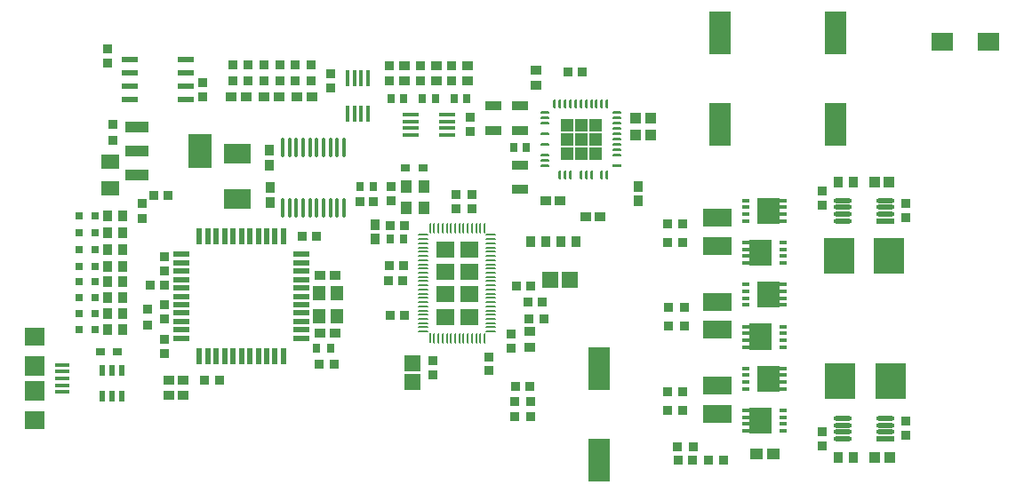
<source format=gbr>
%TF.GenerationSoftware,Altium Limited,Altium Designer,23.3.1 (30)*%
G04 Layer_Color=8421504*
%FSLAX45Y45*%
%MOMM*%
%TF.SameCoordinates,CD13F5F2-8DFB-4D4D-A102-87722C93DE69*%
%TF.FilePolarity,Positive*%
%TF.FileFunction,Paste,Top*%
%TF.Part,Single*%
G01*
G75*
%TA.AperFunction,SMDPad,CuDef*%
%ADD10R,0.90000X1.05000*%
%ADD11R,0.80000X0.80000*%
%ADD12R,0.91213X0.95814*%
%ADD13R,0.85000X0.95000*%
%ADD14R,2.00000X4.10000*%
G04:AMPARAMS|DCode=15|XSize=1.55414mm|YSize=0.37583mm|CornerRadius=0.18791mm|HoleSize=0mm|Usage=FLASHONLY|Rotation=90.000|XOffset=0mm|YOffset=0mm|HoleType=Round|Shape=RoundedRectangle|*
%AMROUNDEDRECTD15*
21,1,1.55414,0.00000,0,0,90.0*
21,1,1.17831,0.37583,0,0,90.0*
1,1,0.37583,0.00000,0.58916*
1,1,0.37583,0.00000,-0.58916*
1,1,0.37583,0.00000,-0.58916*
1,1,0.37583,0.00000,0.58916*
%
%ADD15ROUNDEDRECTD15*%
%ADD16R,0.37583X1.55414*%
G04:AMPARAMS|DCode=17|XSize=1.55414mm|YSize=0.37583mm|CornerRadius=0.18791mm|HoleSize=0mm|Usage=FLASHONLY|Rotation=0.000|XOffset=0mm|YOffset=0mm|HoleType=Round|Shape=RoundedRectangle|*
%AMROUNDEDRECTD17*
21,1,1.55414,0.00000,0,0,0.0*
21,1,1.17831,0.37583,0,0,0.0*
1,1,0.37583,0.58916,0.00000*
1,1,0.37583,-0.58916,0.00000*
1,1,0.37583,-0.58916,0.00000*
1,1,0.37583,0.58916,0.00000*
%
%ADD17ROUNDEDRECTD17*%
%ADD18R,1.55414X0.37583*%
%ADD19R,1.05000X0.90000*%
%ADD20R,0.95000X0.95000*%
%ADD21R,0.75000X0.90000*%
%ADD22R,1.55000X0.95000*%
%ADD23R,1.80000X1.40000*%
%ADD24R,2.10000X1.80000*%
%ADD25R,0.95650X0.96213*%
%ADD26O,0.35000X2.00000*%
%ADD28R,0.95000X0.85000*%
%ADD29R,0.95000X0.70000*%
%ADD30R,0.60960X1.11760*%
%ADD31R,1.35000X0.40000*%
%ADD32R,1.90000X1.90000*%
%ADD33R,1.90000X1.80000*%
%ADD34R,2.60000X1.90000*%
%ADD35R,1.55000X0.60000*%
%ADD36R,2.20000X1.00000*%
%ADD37R,2.20000X3.30000*%
%ADD38R,1.00606X0.95822*%
%ADD39R,0.75000X0.85000*%
%ADD40R,0.95814X0.91213*%
%ADD41R,1.00650X0.95822*%
%ADD42R,0.95822X1.00650*%
%ADD43R,1.20000X1.40000*%
%ADD44R,1.50000X0.55000*%
%ADD45R,0.55000X1.50000*%
G04:AMPARAMS|DCode=46|XSize=0.254mm|YSize=0.889mm|CornerRadius=0.09525mm|HoleSize=0mm|Usage=FLASHONLY|Rotation=90.000|XOffset=0mm|YOffset=0mm|HoleType=Round|Shape=RoundedRectangle|*
%AMROUNDEDRECTD46*
21,1,0.25400,0.69850,0,0,90.0*
21,1,0.06350,0.88900,0,0,90.0*
1,1,0.19050,0.34925,0.03175*
1,1,0.19050,0.34925,-0.03175*
1,1,0.19050,-0.34925,-0.03175*
1,1,0.19050,-0.34925,0.03175*
%
%ADD46ROUNDEDRECTD46*%
G04:AMPARAMS|DCode=47|XSize=0.254mm|YSize=0.889mm|CornerRadius=0.09525mm|HoleSize=0mm|Usage=FLASHONLY|Rotation=0.000|XOffset=0mm|YOffset=0mm|HoleType=Round|Shape=RoundedRectangle|*
%AMROUNDEDRECTD47*
21,1,0.25400,0.69850,0,0,0.0*
21,1,0.06350,0.88900,0,0,0.0*
1,1,0.19050,0.03175,-0.34925*
1,1,0.19050,-0.03175,-0.34925*
1,1,0.19050,-0.03175,0.34925*
1,1,0.19050,0.03175,0.34925*
%
%ADD47ROUNDEDRECTD47*%
G04:AMPARAMS|DCode=49|XSize=0.19247mm|YSize=0.96007mm|CornerRadius=0.09624mm|HoleSize=0mm|Usage=FLASHONLY|Rotation=90.000|XOffset=0mm|YOffset=0mm|HoleType=Round|Shape=RoundedRectangle|*
%AMROUNDEDRECTD49*
21,1,0.19247,0.76760,0,0,90.0*
21,1,0.00000,0.96007,0,0,90.0*
1,1,0.19247,0.38380,0.00000*
1,1,0.19247,0.38380,0.00000*
1,1,0.19247,-0.38380,0.00000*
1,1,0.19247,-0.38380,0.00000*
%
%ADD49ROUNDEDRECTD49*%
G04:AMPARAMS|DCode=50|XSize=0.19247mm|YSize=0.96107mm|CornerRadius=0.09624mm|HoleSize=0mm|Usage=FLASHONLY|Rotation=90.000|XOffset=0mm|YOffset=0mm|HoleType=Round|Shape=RoundedRectangle|*
%AMROUNDEDRECTD50*
21,1,0.19247,0.76860,0,0,90.0*
21,1,0.00000,0.96107,0,0,90.0*
1,1,0.19247,0.38430,0.00000*
1,1,0.19247,0.38430,0.00000*
1,1,0.19247,-0.38430,0.00000*
1,1,0.19247,-0.38430,0.00000*
%
%ADD50ROUNDEDRECTD50*%
G04:AMPARAMS|DCode=51|XSize=0.96107mm|YSize=0.19247mm|CornerRadius=0.09624mm|HoleSize=0mm|Usage=FLASHONLY|Rotation=90.000|XOffset=0mm|YOffset=0mm|HoleType=Round|Shape=RoundedRectangle|*
%AMROUNDEDRECTD51*
21,1,0.96107,0.00000,0,0,90.0*
21,1,0.76860,0.19247,0,0,90.0*
1,1,0.19247,0.00000,0.38430*
1,1,0.19247,0.00000,-0.38430*
1,1,0.19247,0.00000,-0.38430*
1,1,0.19247,0.00000,0.38430*
%
%ADD51ROUNDEDRECTD51*%
%ADD52C,0.17323*%
%ADD54R,0.95000X0.95000*%
%ADD55R,1.30606X1.05822*%
%ADD56R,0.91213X1.05776*%
%ADD57R,1.55000X1.50000*%
%ADD58R,1.50000X1.55000*%
%ADD59R,1.05000X1.10000*%
%ADD60R,1.05776X1.01213*%
%ADD61R,1.05776X0.91213*%
%ADD62R,1.10000X1.30000*%
%ADD63R,2.95490X3.50620*%
%ADD64R,0.66040X0.38100*%
%ADD65R,2.80415X1.65263*%
G04:AMPARAMS|DCode=66|XSize=1.75414mm|YSize=0.47583mm|CornerRadius=0.23791mm|HoleSize=0mm|Usage=FLASHONLY|Rotation=180.000|XOffset=0mm|YOffset=0mm|HoleType=Round|Shape=RoundedRectangle|*
%AMROUNDEDRECTD66*
21,1,1.75414,0.00000,0,0,180.0*
21,1,1.27831,0.47583,0,0,180.0*
1,1,0.47583,-0.63916,0.00000*
1,1,0.47583,0.63916,0.00000*
1,1,0.47583,0.63916,0.00000*
1,1,0.47583,-0.63916,0.00000*
%
%ADD66ROUNDEDRECTD66*%
%ADD67R,1.75414X0.47583*%
%TA.AperFunction,NonConductor*%
%ADD132R,1.76047X1.61707*%
%TA.AperFunction,SMDPad,CuDef*%
%ADD133R,0.02540X0.02540*%
G36*
X5552171Y3485855D02*
X5435857D01*
Y3602168D01*
X5552171D01*
Y3485855D01*
D02*
G37*
G36*
X5415857D02*
X5299544D01*
Y3602168D01*
X5415857D01*
Y3485855D01*
D02*
G37*
G36*
X5279544D02*
X5163230D01*
Y3602168D01*
X5279544D01*
Y3485855D01*
D02*
G37*
G36*
X5552171Y3349542D02*
X5435857D01*
Y3465855D01*
X5552171D01*
Y3349542D01*
D02*
G37*
G36*
X5415857D02*
X5299544D01*
Y3465855D01*
X5415857D01*
Y3349542D01*
D02*
G37*
G36*
X5279544D02*
X5163230D01*
Y3465855D01*
X5279544D01*
Y3349542D01*
D02*
G37*
G36*
X5552171Y3213228D02*
X5435857D01*
Y3329542D01*
X5552171D01*
Y3213228D01*
D02*
G37*
G36*
X5415857D02*
X5299544D01*
Y3329542D01*
X5415857D01*
Y3213228D01*
D02*
G37*
G36*
X5279544D02*
X5163230D01*
Y3329542D01*
X5279544D01*
Y3213228D01*
D02*
G37*
G36*
X5743780Y3144998D02*
X5664405D01*
X5662511Y3144998D01*
X5659010Y3146448D01*
X5656331Y3149127D01*
X5654880Y3152628D01*
Y3154523D01*
Y3154523D01*
Y3160873D01*
Y3162767D01*
X5656331Y3166268D01*
X5659010Y3168947D01*
X5662511Y3170398D01*
X5743780D01*
Y3144998D01*
D02*
G37*
G36*
X7247480Y2603239D02*
X7036660D01*
Y2852159D01*
X7247480D01*
Y2603239D01*
D02*
G37*
G36*
X7168740Y2203239D02*
X6957920D01*
Y2452159D01*
X7168740D01*
Y2203239D01*
D02*
G37*
G36*
X7247480Y1803239D02*
X7036660D01*
Y2052159D01*
X7247480D01*
Y1803239D01*
D02*
G37*
G36*
X3923151Y1561633D02*
X3925858Y1558926D01*
X3927323Y1555389D01*
Y1553474D01*
Y1467092D01*
X3908076D01*
Y1553474D01*
Y1555389D01*
X3909541Y1558926D01*
X3912248Y1561633D01*
X3915785Y1563098D01*
X3919614D01*
X3923151Y1561633D01*
D02*
G37*
G36*
X7168740Y1403240D02*
X6957920D01*
Y1652160D01*
X7168740D01*
Y1403240D01*
D02*
G37*
G36*
X7247480Y1003240D02*
X7036660D01*
Y1252160D01*
X7247480D01*
Y1003240D01*
D02*
G37*
G36*
X7168740Y603240D02*
X6957920D01*
Y852160D01*
X7168740D01*
Y603240D01*
D02*
G37*
D10*
X847500Y1600000D02*
D03*
X992500D02*
D03*
X847500Y1750000D02*
D03*
X992500D02*
D03*
X847500Y1900000D02*
D03*
X992500D02*
D03*
X847500Y2050000D02*
D03*
X992500D02*
D03*
X847501Y2519999D02*
D03*
X992499D02*
D03*
X4877500Y2430000D02*
D03*
X5022500D02*
D03*
X5167500D02*
D03*
X5312500D02*
D03*
X992499Y2680002D02*
D03*
X847501D02*
D03*
X992498Y2199999D02*
D03*
X847500D02*
D03*
X992502Y2359998D02*
D03*
X847498D02*
D03*
X7805202Y377698D02*
D03*
X7950201D02*
D03*
X7805200Y3002699D02*
D03*
X7950198D02*
D03*
D11*
X574999Y2680002D02*
D03*
X725001D02*
D03*
X725000Y1600000D02*
D03*
X575000D02*
D03*
X725000Y1750000D02*
D03*
X575000D02*
D03*
X725000Y2050000D02*
D03*
X575000D02*
D03*
X725000Y1900000D02*
D03*
X575000D02*
D03*
X724999Y2360001D02*
D03*
X575001D02*
D03*
X725001Y2520002D02*
D03*
X574999D02*
D03*
X575001Y2199999D02*
D03*
X724999D02*
D03*
D12*
X1175000Y2795395D02*
D03*
Y2650000D02*
D03*
X899998Y3402303D02*
D03*
Y3547698D02*
D03*
X1225002Y1787701D02*
D03*
Y1642301D02*
D03*
D13*
X1289999Y2875000D02*
D03*
X1425000D02*
D03*
X3247501Y2814999D02*
D03*
X3382502D02*
D03*
X2835000Y2485000D02*
D03*
X2699999D02*
D03*
X1392498Y2015001D02*
D03*
X1257502D02*
D03*
X6415200Y352701D02*
D03*
X6280199D02*
D03*
X4730200Y1057699D02*
D03*
X4865201D02*
D03*
X4850202Y1857699D02*
D03*
X4985198D02*
D03*
X5230199Y4047698D02*
D03*
X5365200D02*
D03*
X3540200Y2587698D02*
D03*
X3675201D02*
D03*
X3527502Y2204998D02*
D03*
X3662498D02*
D03*
X3537502Y1735002D02*
D03*
X3672498D02*
D03*
X4875199Y2007698D02*
D03*
X4740198D02*
D03*
X3660001Y2065000D02*
D03*
X3525000D02*
D03*
D14*
X5530000Y1225000D02*
D03*
Y355000D02*
D03*
X7780000Y4425000D02*
D03*
Y3555000D02*
D03*
X6680000Y4425000D02*
D03*
Y3555000D02*
D03*
D15*
X3197500Y3990042D02*
D03*
X3262498D02*
D03*
X3327502D02*
D03*
X3262498Y3649957D02*
D03*
X3197500D02*
D03*
X3327502D02*
D03*
X3132501Y3990042D02*
D03*
D16*
Y3649957D02*
D03*
D17*
X4077742Y3645201D02*
D03*
X3737661Y3450201D02*
D03*
Y3580198D02*
D03*
Y3515199D02*
D03*
X4077742Y3450201D02*
D03*
Y3515199D02*
D03*
Y3580198D02*
D03*
D18*
X3737661Y3645201D02*
D03*
D19*
X4277700Y3965202D02*
D03*
Y4110200D02*
D03*
X3977699Y3965197D02*
D03*
Y4110201D02*
D03*
X3677702Y3962696D02*
D03*
Y4107700D02*
D03*
X4927699Y3925202D02*
D03*
Y4070201D02*
D03*
X4870000Y1574998D02*
D03*
Y1430000D02*
D03*
D20*
X4127698Y3962699D02*
D03*
Y4112702D02*
D03*
X3827700Y3962699D02*
D03*
Y4112702D02*
D03*
X3527702Y3962699D02*
D03*
Y4112702D02*
D03*
X2337701Y4117699D02*
D03*
Y3967697D02*
D03*
X4727702Y762701D02*
D03*
Y912698D02*
D03*
X4877699Y912698D02*
D03*
Y762701D02*
D03*
X2187703Y4117698D02*
D03*
Y3967696D02*
D03*
X2787704Y4117698D02*
D03*
Y3967695D02*
D03*
X2487702Y4117698D02*
D03*
Y3967696D02*
D03*
X2637701Y4117695D02*
D03*
Y3967698D02*
D03*
X2037702Y4117695D02*
D03*
Y3967698D02*
D03*
D21*
X3547700Y3797700D02*
D03*
X3667700D02*
D03*
X3847701Y3797700D02*
D03*
X3967701D02*
D03*
X4267701D02*
D03*
X4147702D02*
D03*
X4717702Y3327698D02*
D03*
X4837702D02*
D03*
D22*
X4777701Y3725199D02*
D03*
Y3490198D02*
D03*
X4517701Y3725199D02*
D03*
Y3490198D02*
D03*
X4777702Y3165199D02*
D03*
Y2930198D02*
D03*
D23*
X875000Y2940000D02*
D03*
Y3200000D02*
D03*
D24*
X8799998Y4339999D02*
D03*
X9239998D02*
D03*
D25*
X6177614Y1002698D02*
D03*
X6327784D02*
D03*
X6177616Y827702D02*
D03*
X6327785D02*
D03*
X6342788Y1807699D02*
D03*
X6192613D02*
D03*
X6342784Y1632699D02*
D03*
X6192614D02*
D03*
X6327784Y2602698D02*
D03*
X6177615D02*
D03*
X6327700Y2427700D02*
D03*
X6177530D02*
D03*
D26*
X3099998Y2755000D02*
D03*
X2515001Y3334999D02*
D03*
X3099998D02*
D03*
X3035000D02*
D03*
X2970001D02*
D03*
X2904997D02*
D03*
X2839999D02*
D03*
X2775000D02*
D03*
X2709996D02*
D03*
X2644998D02*
D03*
X2579999D02*
D03*
X3035000Y2755000D02*
D03*
X2970001D02*
D03*
X2904997D02*
D03*
X2839999D02*
D03*
X2775000D02*
D03*
X2709996D02*
D03*
X2644998D02*
D03*
X2579999D02*
D03*
X2515001D02*
D03*
D28*
X7652700Y485199D02*
D03*
Y620199D02*
D03*
Y2920199D02*
D03*
Y2785199D02*
D03*
X1755002Y3817501D02*
D03*
Y3952502D02*
D03*
X850002Y4267498D02*
D03*
Y4132502D02*
D03*
X1385000Y1830001D02*
D03*
Y1695000D02*
D03*
X1385000Y2157498D02*
D03*
Y2292499D02*
D03*
X2969998Y4037500D02*
D03*
Y3902499D02*
D03*
X4297699Y3480200D02*
D03*
Y3615201D02*
D03*
X3547702Y2955198D02*
D03*
Y2820197D02*
D03*
X4317700Y2885201D02*
D03*
Y2750200D02*
D03*
X3950000Y1162498D02*
D03*
Y1297499D02*
D03*
X4480001Y1202498D02*
D03*
Y1337499D02*
D03*
X4687700Y1555201D02*
D03*
Y1420200D02*
D03*
X4167700Y2750199D02*
D03*
Y2885200D02*
D03*
X8452698Y720199D02*
D03*
Y585198D02*
D03*
X8452697Y2795201D02*
D03*
Y2660200D02*
D03*
X1385001Y1367501D02*
D03*
Y1502502D02*
D03*
D29*
X942500Y1380000D02*
D03*
X777500D02*
D03*
X3850201Y3137701D02*
D03*
X3685203D02*
D03*
D30*
X890000Y1210000D02*
D03*
X794999D02*
D03*
X984996D02*
D03*
Y960003D02*
D03*
X794999D02*
D03*
X890000D02*
D03*
D31*
X417502Y1260000D02*
D03*
Y1195001D02*
D03*
Y1130002D02*
D03*
Y1000000D02*
D03*
Y1064999D02*
D03*
D32*
X149999Y1250002D02*
D03*
Y1010003D02*
D03*
D33*
Y1530002D02*
D03*
Y729998D02*
D03*
D34*
X2085000Y2839998D02*
D03*
Y3269999D02*
D03*
D35*
X1054999Y3784499D02*
D03*
Y3911499D02*
D03*
Y4038499D02*
D03*
X1594998Y4165499D02*
D03*
Y3784499D02*
D03*
Y3911499D02*
D03*
X1054999Y4165499D02*
D03*
X1594998Y4038499D02*
D03*
D36*
X1125003Y3300000D02*
D03*
Y3069998D02*
D03*
Y3530002D02*
D03*
D37*
X1725001Y3300000D02*
D03*
D38*
X1570107Y1109999D02*
D03*
X1429894D02*
D03*
X1570107Y970002D02*
D03*
X1429894D02*
D03*
D39*
X3380000Y2954998D02*
D03*
X3249998D02*
D03*
X3668449Y2463451D02*
D03*
X3538452D02*
D03*
X2840002Y1415000D02*
D03*
X2970000D02*
D03*
D40*
X2862298Y1265001D02*
D03*
X3007698D02*
D03*
X1917698Y1115000D02*
D03*
X1772298D02*
D03*
D41*
X3017587Y1565002D02*
D03*
X2872416D02*
D03*
X2872413Y2115000D02*
D03*
X3017584D02*
D03*
X2480289Y3812697D02*
D03*
X2335118D02*
D03*
X2792874Y3812697D02*
D03*
X2647703D02*
D03*
X2167703D02*
D03*
X2022532D02*
D03*
D42*
X2385000Y3162416D02*
D03*
Y3307587D02*
D03*
X2394999Y2802416D02*
D03*
Y2947587D02*
D03*
D43*
X3029999Y1724999D02*
D03*
X2860002Y1944998D02*
D03*
X3029999D02*
D03*
X2860002Y1724999D02*
D03*
D44*
X1552700Y1752702D02*
D03*
Y1832702D02*
D03*
Y1912702D02*
D03*
Y1992702D02*
D03*
Y2072701D02*
D03*
Y2152701D02*
D03*
X2692698Y2312701D02*
D03*
Y2232701D02*
D03*
Y2152701D02*
D03*
Y2072701D02*
D03*
Y1992702D02*
D03*
Y1912702D02*
D03*
Y1832702D02*
D03*
Y1592697D02*
D03*
Y1512698D02*
D03*
X1552700Y1592697D02*
D03*
Y2232701D02*
D03*
X2692698Y1752702D02*
D03*
X1552700Y1512698D02*
D03*
Y1672702D02*
D03*
Y2312701D02*
D03*
X2692698Y1672702D02*
D03*
D45*
X1722703Y2482698D02*
D03*
X1802703D02*
D03*
X1882702D02*
D03*
X1962702D02*
D03*
X2042702D02*
D03*
X2122702D02*
D03*
X2202702D02*
D03*
X2282702D02*
D03*
X2362701D02*
D03*
X2522701Y1342700D02*
D03*
X2442701D02*
D03*
X2362701D02*
D03*
X2282702D02*
D03*
X2202702D02*
D03*
X2122702D02*
D03*
X1962702D02*
D03*
X1882702D02*
D03*
X1802703D02*
D03*
X1722703D02*
D03*
X2522701Y2482698D02*
D03*
X2042702Y1342700D02*
D03*
X2442701Y2482698D02*
D03*
D46*
X5699330Y3307700D02*
D03*
Y3357697D02*
D03*
Y3407700D02*
D03*
Y3457697D02*
D03*
Y3507700D02*
D03*
Y3657697D02*
D03*
X5016070D02*
D03*
Y3607699D02*
D03*
Y3557697D02*
D03*
Y3457697D02*
D03*
Y3357697D02*
D03*
Y3257698D02*
D03*
Y3207700D02*
D03*
Y3157698D02*
D03*
X5699330Y3257698D02*
D03*
Y3557697D02*
D03*
Y3607699D02*
D03*
D47*
X5607702Y3749330D02*
D03*
X5557700D02*
D03*
X5507702D02*
D03*
X5457700D02*
D03*
X5407703D02*
D03*
X5307703D02*
D03*
X5257700D02*
D03*
X5207698D02*
D03*
X5157701D02*
D03*
Y3066070D02*
D03*
X5207698D02*
D03*
X5257700D02*
D03*
X5357700D02*
D03*
X5407703D02*
D03*
X5457700D02*
D03*
X5557700D02*
D03*
X5607702D02*
D03*
X5107698Y3749330D02*
D03*
X5357700D02*
D03*
D49*
X3855095Y1577696D02*
D03*
D50*
X3855146Y1617701D02*
D03*
Y1657701D02*
D03*
Y1777700D02*
D03*
Y1817700D02*
D03*
Y1857700D02*
D03*
Y1897700D02*
D03*
Y1937700D02*
D03*
Y1977700D02*
D03*
Y2017700D02*
D03*
Y2057700D02*
D03*
Y2097700D02*
D03*
Y2297699D02*
D03*
Y2337699D02*
D03*
Y2377699D02*
D03*
Y2417699D02*
D03*
X4500255Y2497699D02*
D03*
Y2457699D02*
D03*
Y2417699D02*
D03*
Y2377699D02*
D03*
Y2337699D02*
D03*
Y2297699D02*
D03*
Y2257699D02*
D03*
Y2217699D02*
D03*
Y2177699D02*
D03*
Y2137700D02*
D03*
Y2097700D02*
D03*
Y2057700D02*
D03*
Y2017700D02*
D03*
Y1977700D02*
D03*
Y1857700D02*
D03*
Y1817700D02*
D03*
Y1777700D02*
D03*
Y1737700D02*
D03*
Y1697700D02*
D03*
Y1657701D02*
D03*
Y1617701D02*
D03*
Y1577696D02*
D03*
X3855146Y1697700D02*
D03*
Y2137700D02*
D03*
Y2217699D02*
D03*
Y2257699D02*
D03*
Y2457699D02*
D03*
Y2497699D02*
D03*
X4500255Y1937700D02*
D03*
X3855146Y1737700D02*
D03*
Y2177699D02*
D03*
X4500255Y1897700D02*
D03*
D51*
X3957701Y2560249D02*
D03*
X3997701D02*
D03*
X4037701D02*
D03*
X4077701D02*
D03*
X4117700D02*
D03*
X4157700D02*
D03*
X4197700D02*
D03*
X4317700D02*
D03*
X4357700D02*
D03*
X4397700D02*
D03*
X4437700D02*
D03*
X4357700Y1515146D02*
D03*
X4317700D02*
D03*
X4277700D02*
D03*
X4237700D02*
D03*
X4197700D02*
D03*
X4157700D02*
D03*
X4117700D02*
D03*
X4077701D02*
D03*
X4037701D02*
D03*
X4237700Y2560249D02*
D03*
X4437700Y1515146D02*
D03*
X3997701D02*
D03*
X3917701Y2560249D02*
D03*
X4277700D02*
D03*
X4397700Y1515146D02*
D03*
X3957701D02*
D03*
D52*
X3917701Y1514084D02*
D03*
D54*
X6425001Y480000D02*
D03*
X6274998D02*
D03*
X6717700Y352700D02*
D03*
X6567703D02*
D03*
X5007702Y1697700D02*
D03*
X4857700D02*
D03*
D55*
X7030091Y407697D02*
D03*
X7185311D02*
D03*
D56*
X3397700Y2598138D02*
D03*
Y2462700D02*
D03*
X5897702Y2819982D02*
D03*
Y2955420D02*
D03*
D57*
X3747700Y1097700D02*
D03*
Y1277700D02*
D03*
D58*
X5247699Y2067700D02*
D03*
X5067699D02*
D03*
D59*
X8157701Y377698D02*
D03*
X8297700D02*
D03*
X8152700Y3002699D02*
D03*
X8292700D02*
D03*
D60*
X5874565Y3450000D02*
D03*
X6020000D02*
D03*
X5877284Y3610001D02*
D03*
X6022719D02*
D03*
D61*
X5155420Y2827700D02*
D03*
X5019982D02*
D03*
X5399980Y2667700D02*
D03*
X5535418D02*
D03*
D62*
X3860200Y2962700D02*
D03*
Y2752698D02*
D03*
X3695201Y2962700D02*
D03*
Y2752698D02*
D03*
D63*
X8302827Y1102700D02*
D03*
X7827700D02*
D03*
X8290267Y2302701D02*
D03*
X7815134D02*
D03*
D64*
X6924901Y1030199D02*
D03*
X7280501Y1225199D02*
D03*
Y1160201D02*
D03*
Y1095197D02*
D03*
Y1030199D02*
D03*
X6924901Y1095197D02*
D03*
Y1160201D02*
D03*
Y1225199D02*
D03*
X6924898Y825199D02*
D03*
Y760200D02*
D03*
Y695202D02*
D03*
Y630198D02*
D03*
X7280498D02*
D03*
Y695202D02*
D03*
Y760200D02*
D03*
Y825199D02*
D03*
X6924901Y1830199D02*
D03*
X7280501Y2025199D02*
D03*
Y1960201D02*
D03*
Y1895197D02*
D03*
Y1830199D02*
D03*
X6924901Y1895197D02*
D03*
Y1960201D02*
D03*
Y2025199D02*
D03*
X7280501Y1625201D02*
D03*
Y1560198D02*
D03*
Y1495199D02*
D03*
Y1430200D02*
D03*
X6924901D02*
D03*
Y1495199D02*
D03*
Y1560198D02*
D03*
Y1625201D02*
D03*
X6924898Y2630200D02*
D03*
X7280498Y2825201D02*
D03*
Y2760197D02*
D03*
Y2695199D02*
D03*
Y2630200D02*
D03*
X6924898Y2695199D02*
D03*
Y2760197D02*
D03*
Y2825201D02*
D03*
X7280499Y2425202D02*
D03*
Y2360198D02*
D03*
Y2295199D02*
D03*
Y2230201D02*
D03*
X6924899D02*
D03*
Y2295199D02*
D03*
Y2360198D02*
D03*
Y2425202D02*
D03*
D65*
X6652698Y2395175D02*
D03*
Y2660224D02*
D03*
X6652698Y1595174D02*
D03*
Y1860223D02*
D03*
X6652700Y795173D02*
D03*
Y1060222D02*
D03*
D66*
X7847657Y555198D02*
D03*
Y620201D02*
D03*
Y750198D02*
D03*
X8257740D02*
D03*
Y685200D02*
D03*
Y620201D02*
D03*
X7847657Y685200D02*
D03*
X7847657Y2630199D02*
D03*
Y2695198D02*
D03*
Y2825200D02*
D03*
X8257740D02*
D03*
Y2760201D02*
D03*
Y2695198D02*
D03*
X7847657Y2760201D02*
D03*
D67*
X8257740Y555198D02*
D03*
X8257740Y2630199D02*
D03*
D132*
X4292066Y2359189D02*
D03*
Y2144848D02*
D03*
X4292082Y1930544D02*
D03*
Y1716203D02*
D03*
X4063385Y2359189D02*
D03*
Y2144848D02*
D03*
X4063395Y1930544D02*
D03*
Y1716203D02*
D03*
D133*
X5357700Y3407700D02*
D03*
%TF.MD5,a447934d1fb4fcdc7eb95e57f3965f42*%
M02*

</source>
